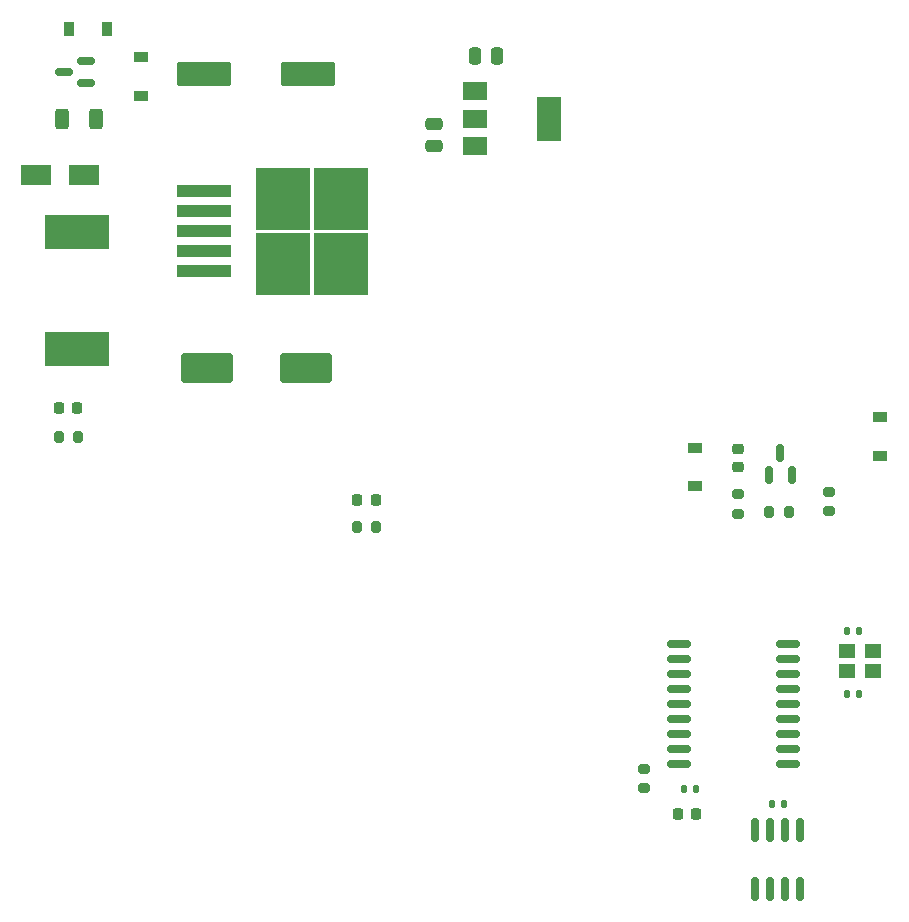
<source format=gtp>
G04 #@! TF.GenerationSoftware,KiCad,Pcbnew,(6.0.11)*
G04 #@! TF.CreationDate,2023-08-29T13:20:49-05:00*
G04 #@! TF.ProjectId,MB,4d422e6b-6963-4616-945f-706362585858,rev?*
G04 #@! TF.SameCoordinates,Original*
G04 #@! TF.FileFunction,Paste,Top*
G04 #@! TF.FilePolarity,Positive*
%FSLAX46Y46*%
G04 Gerber Fmt 4.6, Leading zero omitted, Abs format (unit mm)*
G04 Created by KiCad (PCBNEW (6.0.11)) date 2023-08-29 13:20:49*
%MOMM*%
%LPD*%
G01*
G04 APERTURE LIST*
G04 Aperture macros list*
%AMRoundRect*
0 Rectangle with rounded corners*
0 $1 Rounding radius*
0 $2 $3 $4 $5 $6 $7 $8 $9 X,Y pos of 4 corners*
0 Add a 4 corners polygon primitive as box body*
4,1,4,$2,$3,$4,$5,$6,$7,$8,$9,$2,$3,0*
0 Add four circle primitives for the rounded corners*
1,1,$1+$1,$2,$3*
1,1,$1+$1,$4,$5*
1,1,$1+$1,$6,$7*
1,1,$1+$1,$8,$9*
0 Add four rect primitives between the rounded corners*
20,1,$1+$1,$2,$3,$4,$5,0*
20,1,$1+$1,$4,$5,$6,$7,0*
20,1,$1+$1,$6,$7,$8,$9,0*
20,1,$1+$1,$8,$9,$2,$3,0*%
G04 Aperture macros list end*
%ADD10RoundRect,0.150000X-0.150000X0.825000X-0.150000X-0.825000X0.150000X-0.825000X0.150000X0.825000X0*%
%ADD11RoundRect,0.200000X-0.200000X-0.275000X0.200000X-0.275000X0.200000X0.275000X-0.200000X0.275000X0*%
%ADD12R,2.500000X1.800000*%
%ADD13RoundRect,0.150000X0.875000X0.150000X-0.875000X0.150000X-0.875000X-0.150000X0.875000X-0.150000X0*%
%ADD14RoundRect,0.250001X-2.049999X-0.799999X2.049999X-0.799999X2.049999X0.799999X-2.049999X0.799999X0*%
%ADD15R,1.400000X1.200000*%
%ADD16R,1.220000X0.910000*%
%ADD17RoundRect,0.140000X-0.140000X-0.170000X0.140000X-0.170000X0.140000X0.170000X-0.140000X0.170000X0*%
%ADD18RoundRect,0.218750X-0.256250X0.218750X-0.256250X-0.218750X0.256250X-0.218750X0.256250X0.218750X0*%
%ADD19R,0.910000X1.220000*%
%ADD20RoundRect,0.250000X-1.950000X-1.000000X1.950000X-1.000000X1.950000X1.000000X-1.950000X1.000000X0*%
%ADD21R,4.550000X5.250000*%
%ADD22R,4.600000X1.100000*%
%ADD23RoundRect,0.200000X-0.275000X0.200000X-0.275000X-0.200000X0.275000X-0.200000X0.275000X0.200000X0*%
%ADD24R,5.399999X2.899999*%
%ADD25RoundRect,0.150000X0.587500X0.150000X-0.587500X0.150000X-0.587500X-0.150000X0.587500X-0.150000X0*%
%ADD26RoundRect,0.200000X0.275000X-0.200000X0.275000X0.200000X-0.275000X0.200000X-0.275000X-0.200000X0*%
%ADD27RoundRect,0.150000X0.150000X-0.587500X0.150000X0.587500X-0.150000X0.587500X-0.150000X-0.587500X0*%
%ADD28RoundRect,0.250000X0.475000X-0.250000X0.475000X0.250000X-0.475000X0.250000X-0.475000X-0.250000X0*%
%ADD29RoundRect,0.200000X0.200000X0.275000X-0.200000X0.275000X-0.200000X-0.275000X0.200000X-0.275000X0*%
%ADD30R,2.000000X1.500000*%
%ADD31R,2.000000X3.800000*%
%ADD32RoundRect,0.218750X-0.218750X-0.256250X0.218750X-0.256250X0.218750X0.256250X-0.218750X0.256250X0*%
%ADD33R,1.200000X0.900000*%
%ADD34RoundRect,0.250000X0.312500X0.625000X-0.312500X0.625000X-0.312500X-0.625000X0.312500X-0.625000X0*%
%ADD35RoundRect,0.250000X0.250000X0.475000X-0.250000X0.475000X-0.250000X-0.475000X0.250000X-0.475000X0*%
%ADD36RoundRect,0.225000X-0.225000X-0.250000X0.225000X-0.250000X0.225000X0.250000X-0.225000X0.250000X0*%
%ADD37RoundRect,0.140000X0.140000X0.170000X-0.140000X0.170000X-0.140000X-0.170000X0.140000X-0.170000X0*%
G04 APERTURE END LIST*
D10*
X205257400Y-108951800D03*
X203987400Y-108951800D03*
X202717400Y-108951800D03*
X201447400Y-108951800D03*
X201447400Y-104001800D03*
X202717400Y-104001800D03*
X203987400Y-104001800D03*
X205257400Y-104001800D03*
D11*
X167678600Y-78384400D03*
X169328600Y-78384400D03*
D12*
X144570200Y-48539400D03*
X140570200Y-48539400D03*
D13*
X204243200Y-98399600D03*
X204243200Y-97129600D03*
X204243200Y-95859600D03*
X204243200Y-94589600D03*
X204243200Y-93319600D03*
X204243200Y-92049600D03*
X204243200Y-90779600D03*
X204243200Y-89509600D03*
X204243200Y-88239600D03*
X194943200Y-88239600D03*
X194943200Y-89509600D03*
X194943200Y-90779600D03*
X194943200Y-92049600D03*
X194943200Y-93319600D03*
X194943200Y-94589600D03*
X194943200Y-95859600D03*
X194943200Y-97129600D03*
X194943200Y-98399600D03*
D14*
X154731000Y-40030400D03*
X163531000Y-40030400D03*
D15*
X209212000Y-90537400D03*
X211412000Y-90537400D03*
X211412000Y-88837400D03*
X209212000Y-88837400D03*
D16*
X212013800Y-69027800D03*
X212013800Y-72297800D03*
D17*
X202872400Y-101828600D03*
X203832400Y-101828600D03*
D18*
X199948800Y-71729500D03*
X199948800Y-73304500D03*
D19*
X143297400Y-36169600D03*
X146567400Y-36169600D03*
D20*
X155032600Y-64897000D03*
X163432600Y-64897000D03*
D21*
X161467800Y-50533200D03*
X161467800Y-56083200D03*
X166317800Y-56083200D03*
X166317800Y-50533200D03*
D22*
X154742800Y-49908200D03*
X154742800Y-51608200D03*
X154742800Y-53308200D03*
X154742800Y-55008200D03*
X154742800Y-56708200D03*
D23*
X199948800Y-75578200D03*
X199948800Y-77228200D03*
D24*
X144043401Y-53368400D03*
X144043401Y-63268400D03*
D25*
X144803100Y-40777200D03*
X144803100Y-38877200D03*
X142928100Y-39827200D03*
D26*
X192049400Y-100443800D03*
X192049400Y-98793800D03*
D27*
X202605600Y-73937100D03*
X204505600Y-73937100D03*
X203555600Y-72062100D03*
D28*
X174244000Y-46085800D03*
X174244000Y-44185800D03*
D29*
X144106400Y-70713600D03*
X142456400Y-70713600D03*
D23*
X207645000Y-75349600D03*
X207645000Y-76999600D03*
D30*
X177672600Y-41464200D03*
D31*
X183972600Y-43764200D03*
D30*
X177672600Y-43764200D03*
X177672600Y-46064200D03*
D16*
X196291200Y-74888600D03*
X196291200Y-71618600D03*
D32*
X167741500Y-76047600D03*
X169316500Y-76047600D03*
D17*
X195432800Y-100558600D03*
X196392800Y-100558600D03*
D33*
X149402800Y-38532800D03*
X149402800Y-41832800D03*
D34*
X145632900Y-43764200D03*
X142707900Y-43764200D03*
D17*
X209222400Y-92506800D03*
X210182400Y-92506800D03*
D35*
X179562800Y-38455600D03*
X177662800Y-38455600D03*
D36*
X194881200Y-102641400D03*
X196431200Y-102641400D03*
D37*
X210182400Y-87147400D03*
X209222400Y-87147400D03*
D32*
X142468500Y-68275200D03*
X144043500Y-68275200D03*
D29*
X204253600Y-77114400D03*
X202603600Y-77114400D03*
M02*

</source>
